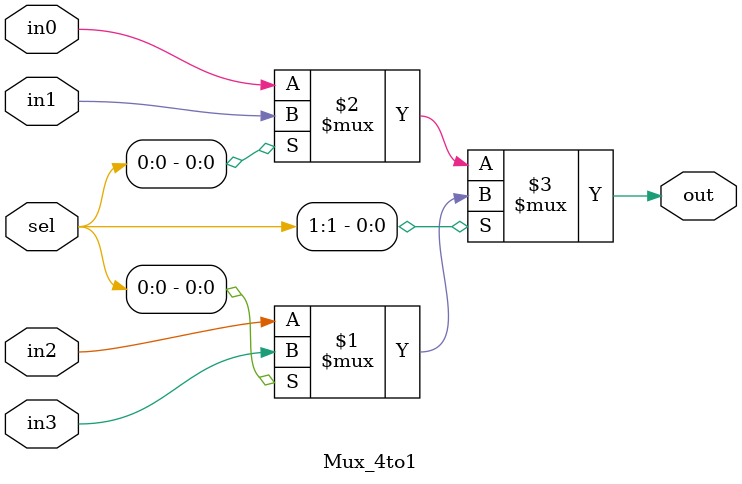
<source format=v>
module Mux_4to1 (
    out,
    sel,
    in0,
    in1,
    in2,
    in3
);
    input [1:0] sel;
    input in0, in1, in2, in3;
    output out;

    assign out = sel[1] ? (sel[0] ? in3 : in2) : (sel[0] ? in1 : in0);
endmodule

</source>
